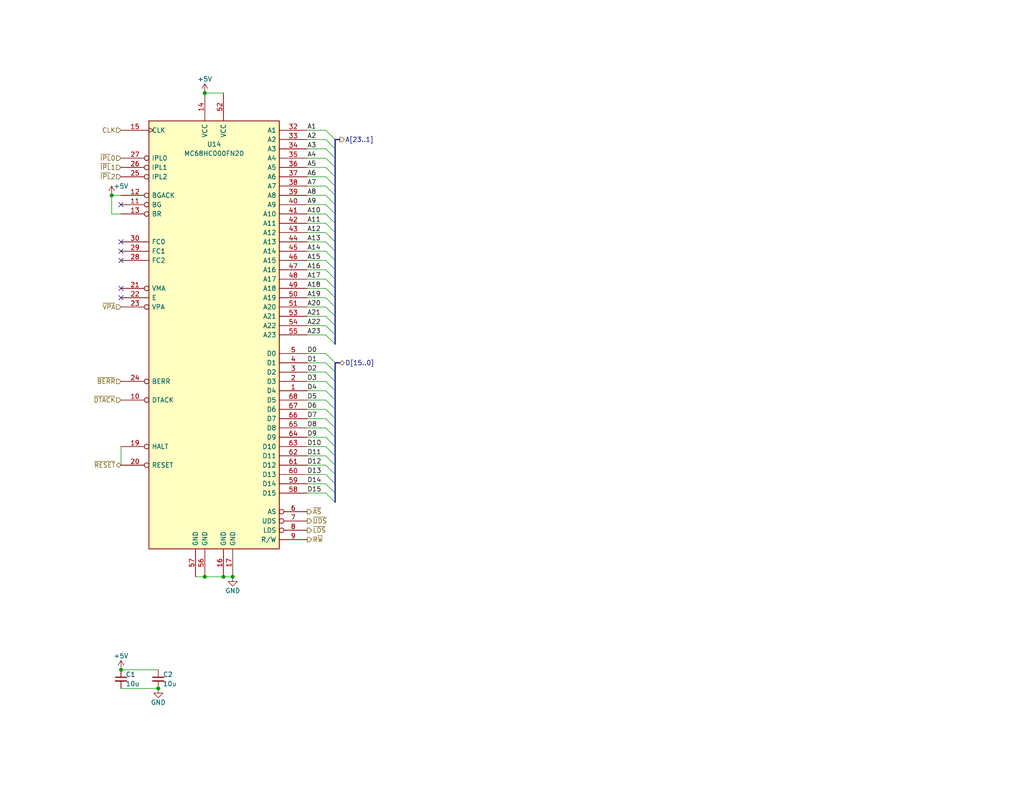
<source format=kicad_sch>
(kicad_sch (version 20231120) (generator "eeschema") (generator_version "8.0")
  (paper "USLetter")
  (title_block (title "WarpSE (GW4410A)") (date "2025-01-05") (rev "1.0") (company "Garrett's Workshop"))
  (lib_symbols
    (symbol "CPU_NXP_68000:MC68000FN" (pin_names (offset 0.762))
      (property "Reference" "U" (at -16.51 59.69 0))
      (property "Value" "MC68000FN" (at 12.7 -59.69 0))
      (symbol "MC68000FN_0_1"
        (rectangle (start -17.78 58.42) (end 17.78 -58.42) (stroke (width 0.254)) (fill (type background)))
      )
      (symbol "MC68000FN_1_1"
        (pin bidirectional line (at 25.4 -15.24 180) (length 7.62) (name "D4") (number "1"))
        (pin input inverted (at -25.4 -17.78 0) (length 7.62) (name "DTACK") (number "10"))
        (pin output inverted (at -25.4 35.56 0) (length 7.62) (name "BG") (number "11"))
        (pin input inverted (at -25.4 38.1 0) (length 7.62) (name "BGACK") (number "12"))
        (pin input inverted (at -25.4 33.02 0) (length 7.62) (name "BR") (number "13"))
        (pin power_in line (at -2.54 66.04 270) (length 7.62) (name "VCC") (number "14"))
        (pin input clock (at -25.4 55.88 0) (length 7.62) (name "CLK") (number "15"))
        (pin power_in line (at 2.54 -66.04 90) (length 7.62) (name "GND") (number "16"))
        (pin power_in line (at 5.08 -66.04 90) (length 7.62) (name "GND") (number "17"))
        (pin no_connect line (at -17.78 -45.72 0) (length 0) hide (name "NC") (number "18"))
        (pin bidirectional inverted (at -25.4 -30.48 0) (length 7.62) (name "HALT") (number "19"))
        (pin bidirectional line (at 25.4 -12.7 180) (length 7.62) (name "D3") (number "2"))
        (pin input inverted (at -25.4 -35.56 0) (length 7.62) (name "RESET") (number "20"))
        (pin output inverted (at -25.4 12.7 0) (length 7.62) (name "VMA") (number "21"))
        (pin output line (at -25.4 10.16 0) (length 7.62) (name "E") (number "22"))
        (pin input inverted (at -25.4 7.62 0) (length 7.62) (name "VPA") (number "23"))
        (pin input inverted (at -25.4 -12.7 0) (length 7.62) (name "BERR") (number "24"))
        (pin input inverted (at -25.4 43.18 0) (length 7.62) (name "IPL2") (number "25"))
        (pin input inverted (at -25.4 45.72 0) (length 7.62) (name "IPL1") (number "26"))
        (pin input inverted (at -25.4 48.26 0) (length 7.62) (name "IPL0") (number "27"))
        (pin output line (at -25.4 20.32 0) (length 7.62) (name "FC2") (number "28"))
        (pin output line (at -25.4 22.86 0) (length 7.62) (name "FC1") (number "29"))
        (pin bidirectional line (at 25.4 -10.16 180) (length 7.62) (name "D2") (number "3"))
        (pin output line (at -25.4 25.4 0) (length 7.62) (name "FC0") (number "30"))
        (pin no_connect line (at -17.78 -48.26 0) (length 0) hide (name "NC") (number "31"))
        (pin output line (at 25.4 55.88 180) (length 7.62) (name "A1") (number "32"))
        (pin output line (at 25.4 53.34 180) (length 7.62) (name "A2") (number "33"))
        (pin output line (at 25.4 50.8 180) (length 7.62) (name "A3") (number "34"))
        (pin output line (at 25.4 48.26 180) (length 7.62) (name "A4") (number "35"))
        (pin output line (at 25.4 45.72 180) (length 7.62) (name "A5") (number "36"))
        (pin output line (at 25.4 43.18 180) (length 7.62) (name "A6") (number "37"))
        (pin output line (at 25.4 40.64 180) (length 7.62) (name "A7") (number "38"))
        (pin output line (at 25.4 38.1 180) (length 7.62) (name "A8") (number "39"))
        (pin bidirectional line (at 25.4 -7.62 180) (length 7.62) (name "D1") (number "4"))
        (pin output line (at 25.4 35.56 180) (length 7.62) (name "A9") (number "40"))
        (pin output line (at 25.4 33.02 180) (length 7.62) (name "A10") (number "41"))
        (pin output line (at 25.4 30.48 180) (length 7.62) (name "A11") (number "42"))
        (pin output line (at 25.4 27.94 180) (length 7.62) (name "A12") (number "43"))
        (pin output line (at 25.4 25.4 180) (length 7.62) (name "A13") (number "44"))
        (pin output line (at 25.4 22.86 180) (length 7.62) (name "A14") (number "45"))
        (pin output line (at 25.4 20.32 180) (length 7.62) (name "A15") (number "46"))
        (pin output line (at 25.4 17.78 180) (length 7.62) (name "A16") (number "47"))
        (pin output line (at 25.4 15.24 180) (length 7.62) (name "A17") (number "48"))
        (pin output line (at 25.4 12.7 180) (length 7.62) (name "A18") (number "49"))
        (pin bidirectional line (at 25.4 -5.08 180) (length 7.62) (name "D0") (number "5"))
        (pin output line (at 25.4 10.16 180) (length 7.62) (name "A19") (number "50"))
        (pin output line (at 25.4 7.62 180) (length 7.62) (name "A20") (number "51"))
        (pin power_in line (at 2.54 66.04 270) (length 7.62) (name "VCC") (number "52"))
        (pin output line (at 25.4 5.08 180) (length 7.62) (name "A21") (number "53"))
        (pin output line (at 25.4 2.54 180) (length 7.62) (name "A22") (number "54"))
        (pin output line (at 25.4 0 180) (length 7.62) (name "A23") (number "55"))
        (pin power_in line (at -2.54 -66.04 90) (length 7.62) (name "GND") (number "56"))
        (pin power_in line (at -5.08 -66.04 90) (length 7.62) (name "GND") (number "57"))
        (pin bidirectional line (at 25.4 -43.18 180) (length 7.62) (name "D15") (number "58"))
        (pin bidirectional line (at 25.4 -40.64 180) (length 7.62) (name "D14") (number "59"))
        (pin output inverted (at 25.4 -48.26 180) (length 7.62) (name "AS") (number "6"))
        (pin bidirectional line (at 25.4 -38.1 180) (length 7.62) (name "D13") (number "60"))
        (pin bidirectional line (at 25.4 -35.56 180) (length 7.62) (name "D12") (number "61"))
        (pin bidirectional line (at 25.4 -33.02 180) (length 7.62) (name "D11") (number "62"))
        (pin bidirectional line (at 25.4 -30.48 180) (length 7.62) (name "D10") (number "63"))
        (pin bidirectional line (at 25.4 -27.94 180) (length 7.62) (name "D9") (number "64"))
        (pin bidirectional line (at 25.4 -25.4 180) (length 7.62) (name "D8") (number "65"))
        (pin bidirectional line (at 25.4 -22.86 180) (length 7.62) (name "D7") (number "66"))
        (pin bidirectional line (at 25.4 -20.32 180) (length 7.62) (name "D6") (number "67"))
        (pin bidirectional line (at 25.4 -17.78 180) (length 7.62) (name "D5") (number "68"))
        (pin output inverted (at 25.4 -50.8 180) (length 7.62) (name "UDS") (number "7"))
        (pin output inverted (at 25.4 -53.34 180) (length 7.62) (name "LDS") (number "8"))
        (pin output line (at 25.4 -55.88 180) (length 7.62) (name "R/W") (number "9"))
      )
    )
    (symbol "Device:C_Small" (pin_numbers hide) (pin_names (offset 0.254) hide)
      (property "Reference" "C" (at 0.254 1.778 0))
      (property "Value" "C_Small" (at 0.254 -2.032 0))
      (symbol "C_Small_0_1"
        (polyline (pts (xy -1.524 -0.508) (xy 1.524 -0.508)) (stroke (width 0.3302)))
        (polyline (pts (xy -1.524 0.508) (xy 1.524 0.508)) (stroke (width 0.3048)))
      )
      (symbol "C_Small_1_1"
        (pin passive line (at 0 2.54 270) (length 2.032) (name "~") (number "1"))
        (pin passive line (at 0 -2.54 90) (length 2.032) (name "~") (number "2"))
      )
    )
    (symbol "power:+5V" (power) (pin_names (offset 0))
      (property "Value" "+5V" (at 0 3.556 0))
      (symbol "+5V_0_1"
        (polyline (pts (xy -0.762 1.27) (xy 0 2.54)))
        (polyline (pts (xy 0 0) (xy 0 2.54)))
        (polyline (pts (xy 0 2.54) (xy 0.762 1.27)))
      )
      (symbol "+5V_1_1"
        (pin power_in line (at 0 0 90) (length 0) hide (name "+5V") (number "1"))
      )
    )
    (symbol "power:GND" (power) (pin_names (offset 0))
      (property "Value" "GND" (at 0 -3.81 0))
      (symbol "GND_0_1"
        (polyline (pts (xy 0 0) (xy 0 -1.27) (xy 1.27 -1.27) (xy 0 -2.54) (xy -1.27 -1.27) (xy 0 -1.27)))
      )
      (symbol "GND_1_1"
        (pin power_in line (at 0 0 270) (length 0) hide (name "GND") (number "1"))
      )
    )
  )
  (junction (at 43.18 187.96))
  (junction (at 30.48 53.34))
  (junction (at 60.96 157.48))
  (junction (at 33.02 182.88))
  (junction (at 55.88 25.4))
  (junction (at 55.88 157.48))
  (junction (at 63.5 157.48))
  (no_connect (at 33.02 81.28))
  (no_connect (at 33.02 71.12))
  (no_connect (at 33.02 66.04))
  (no_connect (at 33.02 78.74))
  (no_connect (at 33.02 55.88))
  (no_connect (at 33.02 68.58))
  (bus_entry (at 88.9 53.34) (size 2.54 2.54))
  (bus_entry (at 88.9 132.08) (size 2.54 2.54))
  (bus_entry (at 88.9 83.82) (size 2.54 2.54))
  (bus_entry (at 88.9 124.46) (size 2.54 2.54))
  (bus_entry (at 88.9 60.96) (size 2.54 2.54))
  (bus_entry (at 88.9 45.72) (size 2.54 2.54))
  (bus_entry (at 88.9 40.64) (size 2.54 2.54))
  (bus_entry (at 88.9 43.18) (size 2.54 2.54))
  (bus_entry (at 88.9 55.88) (size 2.54 2.54))
  (bus_entry (at 88.9 50.8) (size 2.54 2.54))
  (bus_entry (at 88.9 129.54) (size 2.54 2.54))
  (bus_entry (at 88.9 76.2) (size 2.54 2.54))
  (bus_entry (at 88.9 71.12) (size 2.54 2.54))
  (bus_entry (at 88.9 58.42) (size 2.54 2.54))
  (bus_entry (at 88.9 96.52) (size 2.54 2.54))
  (bus_entry (at 88.9 121.92) (size 2.54 2.54))
  (bus_entry (at 88.9 111.76) (size 2.54 2.54))
  (bus_entry (at 88.9 116.84) (size 2.54 2.54))
  (bus_entry (at 88.9 104.14) (size 2.54 2.54))
  (bus_entry (at 88.9 101.6) (size 2.54 2.54))
  (bus_entry (at 88.9 35.56) (size 2.54 2.54))
  (bus_entry (at 88.9 119.38) (size 2.54 2.54))
  (bus_entry (at 88.9 73.66) (size 2.54 2.54))
  (bus_entry (at 88.9 38.1) (size 2.54 2.54))
  (bus_entry (at 88.9 127) (size 2.54 2.54))
  (bus_entry (at 88.9 91.44) (size 2.54 2.54))
  (bus_entry (at 88.9 48.26) (size 2.54 2.54))
  (bus_entry (at 88.9 88.9) (size 2.54 2.54))
  (bus_entry (at 88.9 86.36) (size 2.54 2.54))
  (bus_entry (at 88.9 99.06) (size 2.54 2.54))
  (bus_entry (at 88.9 109.22) (size 2.54 2.54))
  (bus_entry (at 88.9 78.74) (size 2.54 2.54))
  (bus_entry (at 88.9 114.3) (size 2.54 2.54))
  (bus_entry (at 88.9 106.68) (size 2.54 2.54))
  (bus_entry (at 88.9 68.58) (size 2.54 2.54))
  (bus_entry (at 88.9 81.28) (size 2.54 2.54))
  (bus_entry (at 88.9 134.62) (size 2.54 2.54))
  (bus_entry (at 88.9 63.5) (size 2.54 2.54))
  (bus_entry (at 88.9 66.04) (size 2.54 2.54))
  (bus (pts (xy 91.44 127) (xy 91.44 129.54)))
  (wire (pts (xy 83.82 58.42) (xy 88.9 58.42)))
  (wire (pts (xy 83.82 101.6) (xy 88.9 101.6)))
  (bus (pts (xy 91.44 45.72) (xy 91.44 48.26)))
  (bus (pts (xy 91.44 58.42) (xy 91.44 60.96)))
  (wire (pts (xy 83.82 119.38) (xy 88.9 119.38)))
  (wire (pts (xy 83.82 116.84) (xy 88.9 116.84)))
  (bus (pts (xy 92.71 99.06) (xy 91.44 99.06)))
  (bus (pts (xy 91.44 38.1) (xy 91.44 40.64)))
  (wire (pts (xy 83.82 48.26) (xy 88.9 48.26)))
  (bus (pts (xy 91.44 86.36) (xy 91.44 88.9)))
  (bus (pts (xy 91.44 78.74) (xy 91.44 81.28)))
  (bus (pts (xy 91.44 121.92) (xy 91.44 124.46)))
  (wire (pts (xy 83.82 81.28) (xy 88.9 81.28)))
  (wire (pts (xy 83.82 73.66) (xy 88.9 73.66)))
  (bus (pts (xy 91.44 88.9) (xy 91.44 91.44)))
  (bus (pts (xy 92.71 38.1) (xy 91.44 38.1)))
  (wire (pts (xy 83.82 106.68) (xy 88.9 106.68)))
  (bus (pts (xy 91.44 53.34) (xy 91.44 55.88)))
  (wire (pts (xy 83.82 129.54) (xy 88.9 129.54)))
  (wire (pts (xy 63.5 157.48) (xy 60.96 157.48)))
  (bus (pts (xy 91.44 68.58) (xy 91.44 71.12)))
  (bus (pts (xy 91.44 119.38) (xy 91.44 121.92)))
  (wire (pts (xy 33.02 58.42) (xy 30.48 58.42)))
  (bus (pts (xy 91.44 129.54) (xy 91.44 132.08)))
  (bus (pts (xy 91.44 124.46) (xy 91.44 127)))
  (bus (pts (xy 91.44 111.76) (xy 91.44 114.3)))
  (bus (pts (xy 91.44 114.3) (xy 91.44 116.84)))
  (wire (pts (xy 83.82 38.1) (xy 88.9 38.1)))
  (wire (pts (xy 83.82 88.9) (xy 88.9 88.9)))
  (wire (pts (xy 83.82 121.92) (xy 88.9 121.92)))
  (wire (pts (xy 55.88 157.48) (xy 53.34 157.48)))
  (wire (pts (xy 83.82 63.5) (xy 88.9 63.5)))
  (bus (pts (xy 91.44 43.18) (xy 91.44 45.72)))
  (bus (pts (xy 91.44 76.2) (xy 91.44 78.74)))
  (bus (pts (xy 91.44 104.14) (xy 91.44 106.68)))
  (wire (pts (xy 83.82 111.76) (xy 88.9 111.76)))
  (bus (pts (xy 91.44 50.8) (xy 91.44 53.34)))
  (bus (pts (xy 91.44 40.64) (xy 91.44 43.18)))
  (bus (pts (xy 91.44 106.68) (xy 91.44 109.22)))
  (bus (pts (xy 91.44 63.5) (xy 91.44 66.04)))
  (bus (pts (xy 91.44 55.88) (xy 91.44 58.42)))
  (wire (pts (xy 83.82 66.04) (xy 88.9 66.04)))
  (bus (pts (xy 91.44 91.44) (xy 91.44 93.98)))
  (wire (pts (xy 83.82 68.58) (xy 88.9 68.58)))
  (bus (pts (xy 91.44 83.82) (xy 91.44 86.36)))
  (wire (pts (xy 83.82 86.36) (xy 88.9 86.36)))
  (bus (pts (xy 91.44 99.06) (xy 91.44 101.6)))
  (wire (pts (xy 83.82 104.14) (xy 88.9 104.14)))
  (wire (pts (xy 83.82 76.2) (xy 88.9 76.2)))
  (wire (pts (xy 83.82 60.96) (xy 88.9 60.96)))
  (bus (pts (xy 91.44 134.62) (xy 91.44 137.16)))
  (wire (pts (xy 83.82 53.34) (xy 88.9 53.34)))
  (wire (pts (xy 83.82 127) (xy 88.9 127)))
  (bus (pts (xy 91.44 60.96) (xy 91.44 63.5)))
  (wire (pts (xy 83.82 43.18) (xy 88.9 43.18)))
  (wire (pts (xy 60.96 157.48) (xy 55.88 157.48)))
  (wire (pts (xy 83.82 134.62) (xy 88.9 134.62)))
  (wire (pts (xy 83.82 50.8) (xy 88.9 50.8)))
  (bus (pts (xy 91.44 132.08) (xy 91.44 134.62)))
  (wire (pts (xy 83.82 78.74) (xy 88.9 78.74)))
  (wire (pts (xy 83.82 83.82) (xy 88.9 83.82)))
  (bus (pts (xy 91.44 71.12) (xy 91.44 73.66)))
  (wire (pts (xy 33.02 182.88) (xy 43.18 182.88)))
  (bus (pts (xy 91.44 116.84) (xy 91.44 119.38)))
  (bus (pts (xy 91.44 109.22) (xy 91.44 111.76)))
  (bus (pts (xy 91.44 66.04) (xy 91.44 68.58)))
  (wire (pts (xy 83.82 40.64) (xy 88.9 40.64)))
  (bus (pts (xy 91.44 81.28) (xy 91.44 83.82)))
  (wire (pts (xy 30.48 58.42) (xy 30.48 53.34)))
  (wire (pts (xy 33.02 121.92) (xy 33.02 127)))
  (wire (pts (xy 83.82 132.08) (xy 88.9 132.08)))
  (bus (pts (xy 91.44 73.66) (xy 91.44 76.2)))
  (bus (pts (xy 91.44 101.6) (xy 91.44 104.14)))
  (wire (pts (xy 83.82 99.06) (xy 88.9 99.06)))
  (wire (pts (xy 55.88 25.4) (xy 60.96 25.4)))
  (wire (pts (xy 33.02 187.96) (xy 43.18 187.96)))
  (wire (pts (xy 83.82 109.22) (xy 88.9 109.22)))
  (wire (pts (xy 30.48 53.34) (xy 33.02 53.34)))
  (bus (pts (xy 91.44 48.26) (xy 91.44 50.8)))
  (wire (pts (xy 83.82 45.72) (xy 88.9 45.72)))
  (wire (pts (xy 83.82 124.46) (xy 88.9 124.46)))
  (wire (pts (xy 83.82 91.44) (xy 88.9 91.44)))
  (wire (pts (xy 83.82 35.56) (xy 88.9 35.56)))
  (wire (pts (xy 83.82 71.12) (xy 88.9 71.12)))
  (wire (pts (xy 83.82 55.88) (xy 88.9 55.88)))
  (wire (pts (xy 83.82 96.52) (xy 88.9 96.52)))
  (wire (pts (xy 83.82 114.3) (xy 88.9 114.3)))
  (label "D12" (at 83.82 127 0))
  (label "A18" (at 83.82 78.74 0))
  (label "D4" (at 83.82 106.68 0))
  (label "D14" (at 83.82 132.08 0))
  (label "A10" (at 83.82 58.42 0))
  (label "A9" (at 83.82 55.88 0))
  (label "D13" (at 83.82 129.54 0))
  (label "A2" (at 83.82 38.1 0))
  (label "D8" (at 83.82 116.84 0))
  (label "D2" (at 83.82 101.6 0))
  (label "A7" (at 83.82 50.8 0))
  (label "A1" (at 83.82 35.56 0))
  (label "D1" (at 83.82 99.06 0))
  (label "D15" (at 83.82 134.62 0))
  (label "A14" (at 83.82 68.58 0))
  (label "A23" (at 83.82 91.44 0))
  (label "A21" (at 83.82 86.36 0))
  (label "D10" (at 83.82 121.92 0))
  (label "A19" (at 83.82 81.28 0))
  (label "D9" (at 83.82 119.38 0))
  (label "A5" (at 83.82 45.72 0))
  (label "A13" (at 83.82 66.04 0))
  (label "A16" (at 83.82 73.66 0))
  (label "A15" (at 83.82 71.12 0))
  (label "A4" (at 83.82 43.18 0))
  (label "D5" (at 83.82 109.22 0))
  (label "A6" (at 83.82 48.26 0))
  (label "D6" (at 83.82 111.76 0))
  (label "D3" (at 83.82 104.14 0))
  (label "A3" (at 83.82 40.64 0))
  (label "D11" (at 83.82 124.46 0))
  (label "A22" (at 83.82 88.9 0))
  (label "A20" (at 83.82 83.82 0))
  (label "A11" (at 83.82 60.96 0))
  (label "A17" (at 83.82 76.2 0))
  (label "D7" (at 83.82 114.3 0))
  (label "A12" (at 83.82 63.5 0))
  (label "D0" (at 83.82 96.52 0))
  (label "A8" (at 83.82 53.34 0))
  (hierarchical_label "~{IPL}2" (shape input) (at 33.02 48.26 180))
  (hierarchical_label "~{BERR}" (shape input) (at 33.02 104.14 180))
  (hierarchical_label "A[23..1]" (shape output) (at 92.71 38.1 0))
  (hierarchical_label "~{LDS}" (shape output) (at 83.82 144.78 0))
  (hierarchical_label "R~{W}" (shape output) (at 83.82 147.32 0))
  (hierarchical_label "~{VPA}" (shape input) (at 33.02 83.82 180))
  (hierarchical_label "~{UDS}" (shape output) (at 83.82 142.24 0))
  (hierarchical_label "~{DTACK}" (shape input) (at 33.02 109.22 180))
  (hierarchical_label "~{IPL}1" (shape input) (at 33.02 45.72 180))
  (hierarchical_label "~{AS}" (shape output) (at 83.82 139.7 0))
  (hierarchical_label "~{RESET}" (shape bidirectional) (at 33.02 127 180))
  (hierarchical_label "D[15..0]" (shape bidirectional) (at 92.71 99.06 0))
  (hierarchical_label "CLK" (shape input) (at 33.02 35.56 180))
  (hierarchical_label "~{IPL}0" (shape input) (at 33.02 43.18 180))
  (symbol (lib_id "power:+5V") (at 30.48 53.34 0) (unit 1)
    (property "Reference" "#PWR0101" (effects (hide yes)))
    (property "Value" "+5V" (at 33.02 50.8 0))
  )
  (symbol (lib_id "power:+5V") (at 55.88 25.4 0) (unit 1)
    (property "Reference" "#PWR0102" (effects (hide yes)))
    (property "Value" "+5V" (at 55.88 21.59 0))
  )
  (symbol (lib_id "power:GND") (at 63.5 157.48 0) (unit 1)
    (property "Reference" "#PWR0103" (effects (hide yes)))
    (property "Value" "GND" (at 63.5 161.29 0))
  )
  (symbol (lib_id "power:+5V") (at 33.02 182.88 0) (unit 1)
    (property "Reference" "#PWR0104" (effects (hide yes)))
    (property "Value" "+5V" (at 33.02 179.07 0))
  )
  (symbol (lib_id "Device:C_Small") (at 43.18 185.42 0) (unit 1)
    (property "Reference" "C2" (at 44.45 184.15 0) (effects (justify left)))
    (property "Value" "10u" (at 44.45 186.69 0) (effects (justify left)))
    (property "Footprint" "stdpads:C_0805" (effects (hide yes)))
    (property "LCSC Part" "C15850" (effects (hide yes)))
  )
  (symbol (lib_id "Device:C_Small") (at 33.02 185.42 0) (unit 1)
    (property "Reference" "C1" (at 34.29 184.15 0) (effects (justify left)))
    (property "Value" "10u" (at 34.29 186.69 0) (effects (justify left)))
    (property "Footprint" "stdpads:C_0805" (effects (hide yes)))
    (property "LCSC Part" "C15850" (effects (hide yes)))
  )
  (symbol (lib_id "CPU_NXP_68000:MC68000FN") (at 58.42 91.44 0) (unit 1)
    (property "Reference" "U14" (at 58.42 39.37 0))
    (property "Value" "MC68HC000FN20" (at 58.42 41.91 0))
    (property "Footprint" "stdpads:PLCC-68" (effects (hide yes)))
  )
  (symbol (lib_id "power:GND") (at 43.18 187.96 0) (unit 1)
    (property "Reference" "#PWR0126" (effects (hide yes)))
    (property "Value" "GND" (at 43.18 191.77 0))
  )
)
</source>
